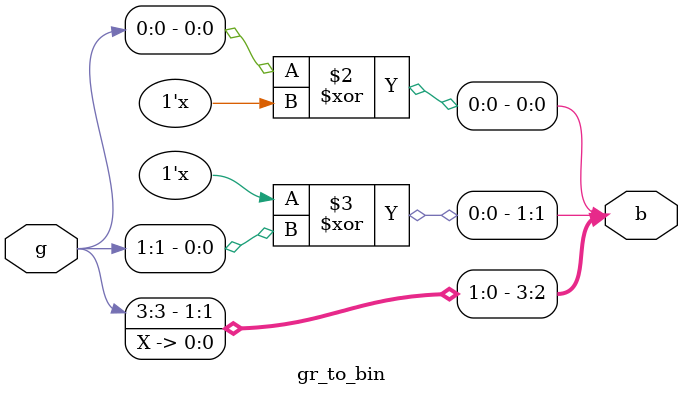
<source format=v>
module gr_to_bin(
    input [3:0] g,
    output reg [3:0] b
);

    always @* begin
        b[0] = g[0] ^ b[1];
        b[1] = b[2] ^ g[1];
        b[2] = b[3] ^ b[2];
        b[3] = g[3];
    end

endmodule

</source>
